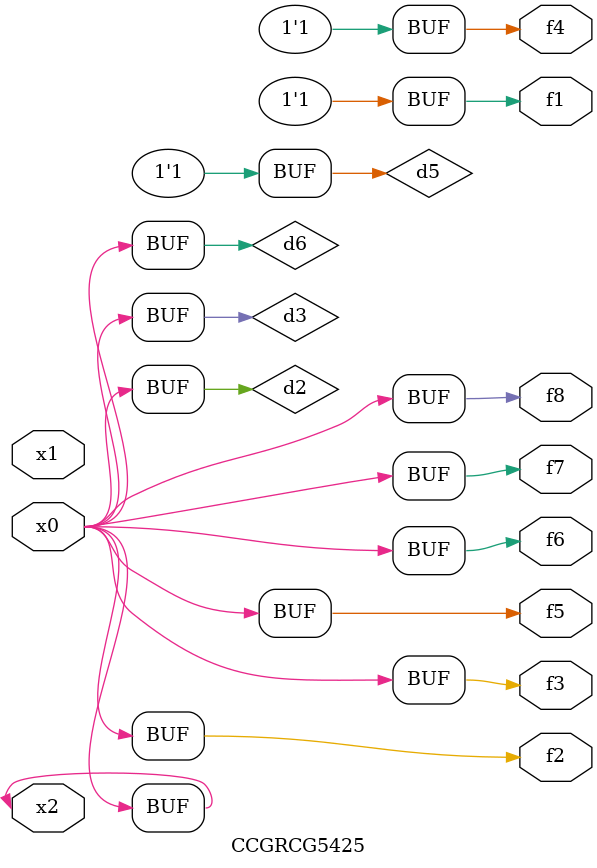
<source format=v>
module CCGRCG5425(
	input x0, x1, x2,
	output f1, f2, f3, f4, f5, f6, f7, f8
);

	wire d1, d2, d3, d4, d5, d6;

	xnor (d1, x2);
	buf (d2, x0, x2);
	and (d3, x0);
	xnor (d4, x1, x2);
	nand (d5, d1, d3);
	buf (d6, d2, d3);
	assign f1 = d5;
	assign f2 = d6;
	assign f3 = d6;
	assign f4 = d5;
	assign f5 = d6;
	assign f6 = d6;
	assign f7 = d6;
	assign f8 = d6;
endmodule

</source>
